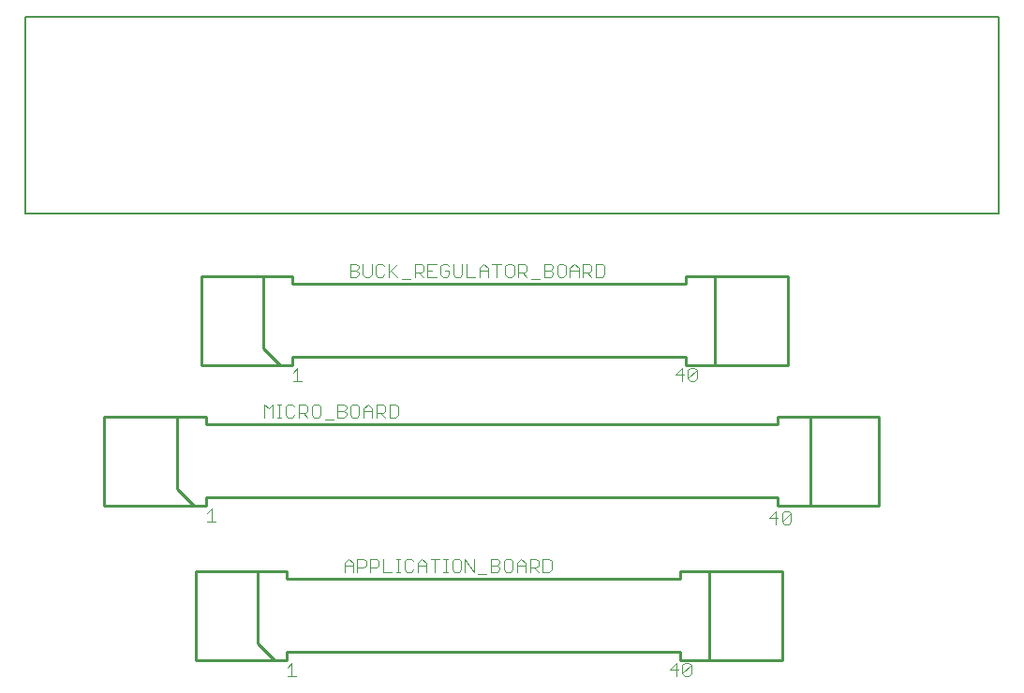
<source format=gto>
G75*
%MOIN*%
%OFA0B0*%
%FSLAX25Y25*%
%IPPOS*%
%LPD*%
%AMOC8*
5,1,8,0,0,1.08239X$1,22.5*
%
%ADD10C,0.01000*%
%ADD11C,0.00400*%
%ADD12C,0.00500*%
D10*
X0114438Y0103052D02*
X0141997Y0103052D01*
X0142391Y0103052D02*
X0136485Y0108957D01*
X0136485Y0134548D01*
X0114438Y0134548D01*
X0114438Y0103052D01*
X0142391Y0103052D02*
X0146721Y0103052D01*
X0146721Y0105808D01*
X0286879Y0105808D01*
X0286879Y0103052D01*
X0297115Y0103052D01*
X0323099Y0103052D01*
X0323099Y0134548D01*
X0297115Y0134548D01*
X0297115Y0103052D01*
X0286879Y0131792D02*
X0286879Y0134548D01*
X0297115Y0134548D01*
X0286879Y0131792D02*
X0146721Y0131792D01*
X0146721Y0134548D01*
X0136485Y0134548D01*
X0118225Y0158052D02*
X0113894Y0158052D01*
X0082005Y0158052D01*
X0082005Y0189548D01*
X0107989Y0189548D01*
X0107989Y0163957D01*
X0113894Y0158052D01*
X0118225Y0158052D02*
X0118225Y0160808D01*
X0321375Y0160808D01*
X0321375Y0158052D01*
X0333186Y0158052D01*
X0357595Y0158052D01*
X0357595Y0189548D01*
X0333186Y0189548D01*
X0333186Y0158052D01*
X0321375Y0186792D02*
X0321375Y0189548D01*
X0333186Y0189548D01*
X0321375Y0186792D02*
X0118225Y0186792D01*
X0118225Y0189548D01*
X0107989Y0189548D01*
X0116438Y0208052D02*
X0143997Y0208052D01*
X0144391Y0208052D02*
X0138485Y0213957D01*
X0138485Y0239548D01*
X0116438Y0239548D01*
X0116438Y0208052D01*
X0144391Y0208052D02*
X0148721Y0208052D01*
X0148721Y0210808D01*
X0288879Y0210808D01*
X0288879Y0208052D01*
X0299115Y0208052D01*
X0325099Y0208052D01*
X0325099Y0239548D01*
X0299115Y0239548D01*
X0299115Y0208052D01*
X0288879Y0236792D02*
X0288879Y0239548D01*
X0299115Y0239548D01*
X0288879Y0236792D02*
X0148721Y0236792D01*
X0148721Y0239548D01*
X0138485Y0239548D01*
D11*
X0169394Y0239354D02*
X0171696Y0239354D01*
X0172463Y0240122D01*
X0172463Y0240889D01*
X0171696Y0241656D01*
X0169394Y0241656D01*
X0171696Y0241656D02*
X0172463Y0242424D01*
X0172463Y0243191D01*
X0171696Y0243958D01*
X0169394Y0243958D01*
X0169394Y0239354D01*
X0173998Y0240122D02*
X0173998Y0243958D01*
X0177067Y0243958D02*
X0177067Y0240122D01*
X0176300Y0239354D01*
X0174765Y0239354D01*
X0173998Y0240122D01*
X0178602Y0240122D02*
X0178602Y0243191D01*
X0179369Y0243958D01*
X0180904Y0243958D01*
X0181671Y0243191D01*
X0183205Y0243958D02*
X0183205Y0239354D01*
X0183205Y0240889D02*
X0186275Y0243958D01*
X0183973Y0241656D02*
X0186275Y0239354D01*
X0187809Y0238587D02*
X0190879Y0238587D01*
X0192413Y0239354D02*
X0192413Y0243958D01*
X0194715Y0243958D01*
X0195483Y0243191D01*
X0195483Y0241656D01*
X0194715Y0240889D01*
X0192413Y0240889D01*
X0193948Y0240889D02*
X0195483Y0239354D01*
X0197017Y0239354D02*
X0200087Y0239354D01*
X0201621Y0240122D02*
X0202388Y0239354D01*
X0203923Y0239354D01*
X0204690Y0240122D01*
X0204690Y0241656D01*
X0203156Y0241656D01*
X0201621Y0243191D02*
X0201621Y0240122D01*
X0201621Y0243191D02*
X0202388Y0243958D01*
X0203923Y0243958D01*
X0204690Y0243191D01*
X0206225Y0243958D02*
X0206225Y0240122D01*
X0206992Y0239354D01*
X0208527Y0239354D01*
X0209294Y0240122D01*
X0209294Y0243958D01*
X0210829Y0243958D02*
X0210829Y0239354D01*
X0213898Y0239354D01*
X0215433Y0239354D02*
X0215433Y0242424D01*
X0216968Y0243958D01*
X0218502Y0242424D01*
X0218502Y0239354D01*
X0218502Y0241656D02*
X0215433Y0241656D01*
X0220037Y0243958D02*
X0223106Y0243958D01*
X0221572Y0243958D02*
X0221572Y0239354D01*
X0224641Y0240122D02*
X0224641Y0243191D01*
X0225408Y0243958D01*
X0226943Y0243958D01*
X0227710Y0243191D01*
X0227710Y0240122D01*
X0226943Y0239354D01*
X0225408Y0239354D01*
X0224641Y0240122D01*
X0229245Y0240889D02*
X0231547Y0240889D01*
X0232314Y0241656D01*
X0232314Y0243191D01*
X0231547Y0243958D01*
X0229245Y0243958D01*
X0229245Y0239354D01*
X0230779Y0240889D02*
X0232314Y0239354D01*
X0233849Y0238587D02*
X0236918Y0238587D01*
X0238453Y0239354D02*
X0240755Y0239354D01*
X0241522Y0240122D01*
X0241522Y0240889D01*
X0240755Y0241656D01*
X0238453Y0241656D01*
X0240755Y0241656D02*
X0241522Y0242424D01*
X0241522Y0243191D01*
X0240755Y0243958D01*
X0238453Y0243958D01*
X0238453Y0239354D01*
X0243056Y0240122D02*
X0243056Y0243191D01*
X0243824Y0243958D01*
X0245358Y0243958D01*
X0246126Y0243191D01*
X0246126Y0240122D01*
X0245358Y0239354D01*
X0243824Y0239354D01*
X0243056Y0240122D01*
X0247660Y0239354D02*
X0247660Y0242424D01*
X0249195Y0243958D01*
X0250730Y0242424D01*
X0250730Y0239354D01*
X0252264Y0239354D02*
X0252264Y0243958D01*
X0254566Y0243958D01*
X0255334Y0243191D01*
X0255334Y0241656D01*
X0254566Y0240889D01*
X0252264Y0240889D01*
X0253799Y0240889D02*
X0255334Y0239354D01*
X0256868Y0239354D02*
X0259170Y0239354D01*
X0259938Y0240122D01*
X0259938Y0243191D01*
X0259170Y0243958D01*
X0256868Y0243958D01*
X0256868Y0239354D01*
X0250730Y0241656D02*
X0247660Y0241656D01*
X0285079Y0204617D02*
X0288148Y0204617D01*
X0289683Y0206152D02*
X0290450Y0206919D01*
X0291985Y0206919D01*
X0292752Y0206152D01*
X0289683Y0203082D01*
X0290450Y0202315D01*
X0291985Y0202315D01*
X0292752Y0203082D01*
X0292752Y0206152D01*
X0289683Y0206152D02*
X0289683Y0203082D01*
X0287381Y0202315D02*
X0287381Y0206919D01*
X0285079Y0204617D01*
X0320885Y0155919D02*
X0318583Y0153617D01*
X0321652Y0153617D01*
X0323187Y0155152D02*
X0323954Y0155919D01*
X0325489Y0155919D01*
X0326256Y0155152D01*
X0323187Y0152082D01*
X0323954Y0151315D01*
X0325489Y0151315D01*
X0326256Y0152082D01*
X0326256Y0155152D01*
X0323187Y0155152D02*
X0323187Y0152082D01*
X0320885Y0151315D02*
X0320885Y0155919D01*
X0289985Y0101919D02*
X0290752Y0101152D01*
X0287683Y0098082D01*
X0288450Y0097315D01*
X0289985Y0097315D01*
X0290752Y0098082D01*
X0290752Y0101152D01*
X0289985Y0101919D02*
X0288450Y0101919D01*
X0287683Y0101152D01*
X0287683Y0098082D01*
X0286148Y0099617D02*
X0283079Y0099617D01*
X0285381Y0101919D01*
X0285381Y0097315D01*
X0241056Y0135122D02*
X0241056Y0138191D01*
X0240289Y0138958D01*
X0237987Y0138958D01*
X0237987Y0134354D01*
X0240289Y0134354D01*
X0241056Y0135122D01*
X0236453Y0134354D02*
X0234918Y0135889D01*
X0235685Y0135889D02*
X0233383Y0135889D01*
X0233383Y0134354D02*
X0233383Y0138958D01*
X0235685Y0138958D01*
X0236453Y0138191D01*
X0236453Y0136656D01*
X0235685Y0135889D01*
X0231849Y0136656D02*
X0228779Y0136656D01*
X0228779Y0137424D02*
X0230314Y0138958D01*
X0231849Y0137424D01*
X0231849Y0134354D01*
X0228779Y0134354D02*
X0228779Y0137424D01*
X0227245Y0138191D02*
X0226477Y0138958D01*
X0224943Y0138958D01*
X0224175Y0138191D01*
X0224175Y0135122D01*
X0224943Y0134354D01*
X0226477Y0134354D01*
X0227245Y0135122D01*
X0227245Y0138191D01*
X0222641Y0138191D02*
X0222641Y0137424D01*
X0221873Y0136656D01*
X0219572Y0136656D01*
X0221873Y0136656D02*
X0222641Y0135889D01*
X0222641Y0135122D01*
X0221873Y0134354D01*
X0219572Y0134354D01*
X0219572Y0138958D01*
X0221873Y0138958D01*
X0222641Y0138191D01*
X0218037Y0133587D02*
X0214968Y0133587D01*
X0213433Y0134354D02*
X0213433Y0138958D01*
X0210364Y0138958D02*
X0210364Y0134354D01*
X0208829Y0135122D02*
X0208829Y0138191D01*
X0208062Y0138958D01*
X0206527Y0138958D01*
X0205760Y0138191D01*
X0205760Y0135122D01*
X0206527Y0134354D01*
X0208062Y0134354D01*
X0208829Y0135122D01*
X0210364Y0138958D02*
X0213433Y0134354D01*
X0204225Y0134354D02*
X0202690Y0134354D01*
X0203458Y0134354D02*
X0203458Y0138958D01*
X0204225Y0138958D02*
X0202690Y0138958D01*
X0201156Y0138958D02*
X0198087Y0138958D01*
X0199621Y0138958D02*
X0199621Y0134354D01*
X0196552Y0134354D02*
X0196552Y0137424D01*
X0195017Y0138958D01*
X0193483Y0137424D01*
X0193483Y0134354D01*
X0191948Y0135122D02*
X0191181Y0134354D01*
X0189646Y0134354D01*
X0188879Y0135122D01*
X0188879Y0138191D01*
X0189646Y0138958D01*
X0191181Y0138958D01*
X0191948Y0138191D01*
X0193483Y0136656D02*
X0196552Y0136656D01*
X0187344Y0134354D02*
X0185809Y0134354D01*
X0186577Y0134354D02*
X0186577Y0138958D01*
X0187344Y0138958D02*
X0185809Y0138958D01*
X0181205Y0138958D02*
X0181205Y0134354D01*
X0184275Y0134354D01*
X0179671Y0136656D02*
X0178904Y0135889D01*
X0176602Y0135889D01*
X0176602Y0134354D02*
X0176602Y0138958D01*
X0178904Y0138958D01*
X0179671Y0138191D01*
X0179671Y0136656D01*
X0175067Y0136656D02*
X0174300Y0135889D01*
X0171998Y0135889D01*
X0171998Y0134354D02*
X0171998Y0138958D01*
X0174300Y0138958D01*
X0175067Y0138191D01*
X0175067Y0136656D01*
X0170463Y0136656D02*
X0167394Y0136656D01*
X0167394Y0137424D02*
X0168928Y0138958D01*
X0170463Y0137424D01*
X0170463Y0134354D01*
X0167394Y0134354D02*
X0167394Y0137424D01*
X0148613Y0101919D02*
X0148613Y0097315D01*
X0147079Y0097315D02*
X0150148Y0097315D01*
X0147079Y0100384D02*
X0148613Y0101919D01*
X0121652Y0152315D02*
X0118583Y0152315D01*
X0120117Y0152315D02*
X0120117Y0156919D01*
X0118583Y0155384D01*
X0138898Y0189354D02*
X0138898Y0193958D01*
X0140432Y0192424D01*
X0141967Y0193958D01*
X0141967Y0189354D01*
X0143502Y0189354D02*
X0145036Y0189354D01*
X0144269Y0189354D02*
X0144269Y0193958D01*
X0143502Y0193958D02*
X0145036Y0193958D01*
X0146571Y0193191D02*
X0146571Y0190122D01*
X0147338Y0189354D01*
X0148873Y0189354D01*
X0149640Y0190122D01*
X0151175Y0190889D02*
X0153477Y0190889D01*
X0154244Y0191656D01*
X0154244Y0193191D01*
X0153477Y0193958D01*
X0151175Y0193958D01*
X0151175Y0189354D01*
X0152709Y0190889D02*
X0154244Y0189354D01*
X0155779Y0190122D02*
X0156546Y0189354D01*
X0158081Y0189354D01*
X0158848Y0190122D01*
X0158848Y0193191D01*
X0158081Y0193958D01*
X0156546Y0193958D01*
X0155779Y0193191D01*
X0155779Y0190122D01*
X0160383Y0188587D02*
X0163452Y0188587D01*
X0164987Y0189354D02*
X0167288Y0189354D01*
X0168056Y0190122D01*
X0168056Y0190889D01*
X0167288Y0191656D01*
X0164987Y0191656D01*
X0167288Y0191656D02*
X0168056Y0192424D01*
X0168056Y0193191D01*
X0167288Y0193958D01*
X0164987Y0193958D01*
X0164987Y0189354D01*
X0169590Y0190122D02*
X0169590Y0193191D01*
X0170358Y0193958D01*
X0171892Y0193958D01*
X0172660Y0193191D01*
X0172660Y0190122D01*
X0171892Y0189354D01*
X0170358Y0189354D01*
X0169590Y0190122D01*
X0174194Y0189354D02*
X0174194Y0192424D01*
X0175729Y0193958D01*
X0177264Y0192424D01*
X0177264Y0189354D01*
X0178798Y0189354D02*
X0178798Y0193958D01*
X0181100Y0193958D01*
X0181868Y0193191D01*
X0181868Y0191656D01*
X0181100Y0190889D01*
X0178798Y0190889D01*
X0180333Y0190889D02*
X0181868Y0189354D01*
X0183402Y0189354D02*
X0185704Y0189354D01*
X0186472Y0190122D01*
X0186472Y0193191D01*
X0185704Y0193958D01*
X0183402Y0193958D01*
X0183402Y0189354D01*
X0177264Y0191656D02*
X0174194Y0191656D01*
X0152148Y0202315D02*
X0149079Y0202315D01*
X0150613Y0202315D02*
X0150613Y0206919D01*
X0149079Y0205384D01*
X0148873Y0193958D02*
X0147338Y0193958D01*
X0146571Y0193191D01*
X0148873Y0193958D02*
X0149640Y0193191D01*
X0179369Y0239354D02*
X0180904Y0239354D01*
X0181671Y0240122D01*
X0179369Y0239354D02*
X0178602Y0240122D01*
X0197017Y0239354D02*
X0197017Y0243958D01*
X0200087Y0243958D01*
X0198552Y0241656D02*
X0197017Y0241656D01*
D12*
X0053800Y0261800D02*
X0400300Y0261800D01*
X0400300Y0331800D01*
X0053800Y0331800D01*
X0053800Y0261800D01*
M02*

</source>
